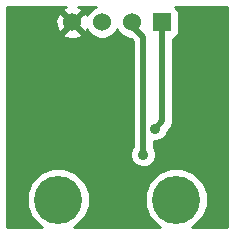
<source format=gbl>
G04 (created by PCBNEW (2013-07-07 BZR 4022)-stable) date 4/12/2015 3:28:36 PM*
%MOIN*%
G04 Gerber Fmt 3.4, Leading zero omitted, Abs format*
%FSLAX34Y34*%
G01*
G70*
G90*
G04 APERTURE LIST*
%ADD10C,0.00590551*%
%ADD11R,0.06X0.06*%
%ADD12C,0.06*%
%ADD13C,0.16*%
%ADD14C,0.035*%
%ADD15C,0.02*%
%ADD16C,0.01*%
G04 APERTURE END LIST*
G54D10*
G54D11*
X15279Y-9055D03*
G54D12*
X14279Y-9055D03*
X13279Y-9055D03*
X12279Y-9055D03*
G54D13*
X11811Y-14960D03*
X15748Y-14960D03*
G54D14*
X14645Y-13464D03*
X15039Y-12598D03*
X11338Y-13779D03*
X14173Y-11259D03*
G54D15*
X14279Y-9055D02*
X14279Y-9161D01*
X14279Y-9161D02*
X14645Y-9527D01*
X14645Y-9527D02*
X14645Y-13464D01*
G54D16*
X14645Y-9527D02*
X14645Y-13464D01*
X14279Y-9161D02*
X14645Y-9527D01*
G54D15*
X15279Y-9055D02*
X15279Y-12358D01*
X15279Y-12358D02*
X15039Y-12598D01*
G54D16*
X15279Y-12358D02*
X15039Y-12598D01*
G54D10*
G36*
X17446Y-15872D02*
X16291Y-15872D01*
X16342Y-15851D01*
X16637Y-15556D01*
X16797Y-15170D01*
X16798Y-14752D01*
X16638Y-14366D01*
X16343Y-14071D01*
X15957Y-13910D01*
X15540Y-13910D01*
X15154Y-14069D01*
X14858Y-14365D01*
X14698Y-14750D01*
X14697Y-15168D01*
X14857Y-15554D01*
X15152Y-15850D01*
X15204Y-15872D01*
X12354Y-15872D01*
X12405Y-15851D01*
X12700Y-15556D01*
X12860Y-15170D01*
X12861Y-14752D01*
X12701Y-14366D01*
X12594Y-14259D01*
X12594Y-9441D01*
X12279Y-9125D01*
X12208Y-9196D01*
X12208Y-9055D01*
X11893Y-8739D01*
X11798Y-8767D01*
X11724Y-8973D01*
X11735Y-9191D01*
X11798Y-9342D01*
X11893Y-9370D01*
X12208Y-9055D01*
X12208Y-9196D01*
X11964Y-9441D01*
X11991Y-9536D01*
X12197Y-9609D01*
X12416Y-9598D01*
X12567Y-9536D01*
X12594Y-9441D01*
X12594Y-14259D01*
X12406Y-14071D01*
X12020Y-13910D01*
X11603Y-13910D01*
X11217Y-14069D01*
X10921Y-14365D01*
X10761Y-14750D01*
X10760Y-15168D01*
X10920Y-15554D01*
X11215Y-15850D01*
X11267Y-15872D01*
X10112Y-15872D01*
X10112Y-8537D01*
X12079Y-8537D01*
X11991Y-8573D01*
X11964Y-8669D01*
X12279Y-8984D01*
X12594Y-8669D01*
X12567Y-8573D01*
X12465Y-8537D01*
X13092Y-8537D01*
X12968Y-8588D01*
X12813Y-8743D01*
X12782Y-8818D01*
X12760Y-8767D01*
X12665Y-8739D01*
X12350Y-9055D01*
X12665Y-9370D01*
X12760Y-9342D01*
X12780Y-9287D01*
X12812Y-9366D01*
X12967Y-9521D01*
X13169Y-9605D01*
X13388Y-9605D01*
X13590Y-9521D01*
X13745Y-9367D01*
X13779Y-9285D01*
X13812Y-9366D01*
X13967Y-9521D01*
X14169Y-9605D01*
X14228Y-9605D01*
X14295Y-9672D01*
X14295Y-13213D01*
X14285Y-13223D01*
X14220Y-13379D01*
X14220Y-13548D01*
X14285Y-13704D01*
X14404Y-13824D01*
X14560Y-13889D01*
X14729Y-13889D01*
X14886Y-13825D01*
X15005Y-13705D01*
X15070Y-13549D01*
X15070Y-13380D01*
X15006Y-13224D01*
X14995Y-13213D01*
X14995Y-13023D01*
X15123Y-13023D01*
X15279Y-12958D01*
X15399Y-12839D01*
X15464Y-12683D01*
X15464Y-12668D01*
X15527Y-12605D01*
X15602Y-12492D01*
X15629Y-12358D01*
X15629Y-9604D01*
X15720Y-9567D01*
X15791Y-9496D01*
X15829Y-9405D01*
X15829Y-9305D01*
X15829Y-8705D01*
X15791Y-8613D01*
X15721Y-8543D01*
X15707Y-8537D01*
X17446Y-8537D01*
X17446Y-15872D01*
X17446Y-15872D01*
G37*
G54D16*
X17446Y-15872D02*
X16291Y-15872D01*
X16342Y-15851D01*
X16637Y-15556D01*
X16797Y-15170D01*
X16798Y-14752D01*
X16638Y-14366D01*
X16343Y-14071D01*
X15957Y-13910D01*
X15540Y-13910D01*
X15154Y-14069D01*
X14858Y-14365D01*
X14698Y-14750D01*
X14697Y-15168D01*
X14857Y-15554D01*
X15152Y-15850D01*
X15204Y-15872D01*
X12354Y-15872D01*
X12405Y-15851D01*
X12700Y-15556D01*
X12860Y-15170D01*
X12861Y-14752D01*
X12701Y-14366D01*
X12594Y-14259D01*
X12594Y-9441D01*
X12279Y-9125D01*
X12208Y-9196D01*
X12208Y-9055D01*
X11893Y-8739D01*
X11798Y-8767D01*
X11724Y-8973D01*
X11735Y-9191D01*
X11798Y-9342D01*
X11893Y-9370D01*
X12208Y-9055D01*
X12208Y-9196D01*
X11964Y-9441D01*
X11991Y-9536D01*
X12197Y-9609D01*
X12416Y-9598D01*
X12567Y-9536D01*
X12594Y-9441D01*
X12594Y-14259D01*
X12406Y-14071D01*
X12020Y-13910D01*
X11603Y-13910D01*
X11217Y-14069D01*
X10921Y-14365D01*
X10761Y-14750D01*
X10760Y-15168D01*
X10920Y-15554D01*
X11215Y-15850D01*
X11267Y-15872D01*
X10112Y-15872D01*
X10112Y-8537D01*
X12079Y-8537D01*
X11991Y-8573D01*
X11964Y-8669D01*
X12279Y-8984D01*
X12594Y-8669D01*
X12567Y-8573D01*
X12465Y-8537D01*
X13092Y-8537D01*
X12968Y-8588D01*
X12813Y-8743D01*
X12782Y-8818D01*
X12760Y-8767D01*
X12665Y-8739D01*
X12350Y-9055D01*
X12665Y-9370D01*
X12760Y-9342D01*
X12780Y-9287D01*
X12812Y-9366D01*
X12967Y-9521D01*
X13169Y-9605D01*
X13388Y-9605D01*
X13590Y-9521D01*
X13745Y-9367D01*
X13779Y-9285D01*
X13812Y-9366D01*
X13967Y-9521D01*
X14169Y-9605D01*
X14228Y-9605D01*
X14295Y-9672D01*
X14295Y-13213D01*
X14285Y-13223D01*
X14220Y-13379D01*
X14220Y-13548D01*
X14285Y-13704D01*
X14404Y-13824D01*
X14560Y-13889D01*
X14729Y-13889D01*
X14886Y-13825D01*
X15005Y-13705D01*
X15070Y-13549D01*
X15070Y-13380D01*
X15006Y-13224D01*
X14995Y-13213D01*
X14995Y-13023D01*
X15123Y-13023D01*
X15279Y-12958D01*
X15399Y-12839D01*
X15464Y-12683D01*
X15464Y-12668D01*
X15527Y-12605D01*
X15602Y-12492D01*
X15629Y-12358D01*
X15629Y-9604D01*
X15720Y-9567D01*
X15791Y-9496D01*
X15829Y-9405D01*
X15829Y-9305D01*
X15829Y-8705D01*
X15791Y-8613D01*
X15721Y-8543D01*
X15707Y-8537D01*
X17446Y-8537D01*
X17446Y-15872D01*
M02*

</source>
